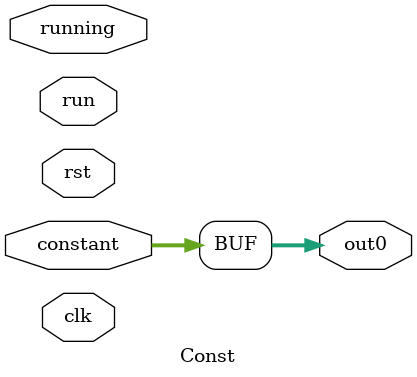
<source format=v>
`timescale 1ns / 1ps

module Const #(
         parameter DATA_W = 32
              )
    (
    //control
    input               clk,
    input               rst,
    
    input               running,
    input               run,

    output [DATA_W-1:0] out0,

    input [DATA_W-1:0]  constant // config
    );

assign out0 = constant;

endmodule
</source>
